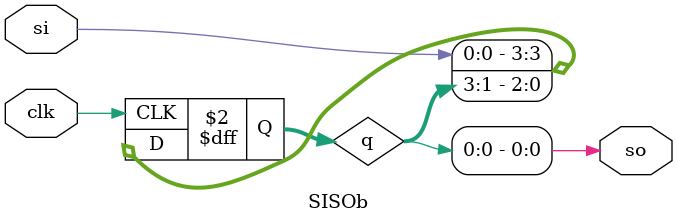
<source format=v>
`timescale 1ns / 1ps
module SISOb(clk,si,so
    );
input clk;
input si;
output so;
reg [3:0] q;
always@(posedge clk)
begin

    q[3]<=si;
	 q[2]<=q[3];
	 q[1]<=q[2];
	 q[0]<=q[1];

end
    assign so=q[0];

endmodule

</source>
